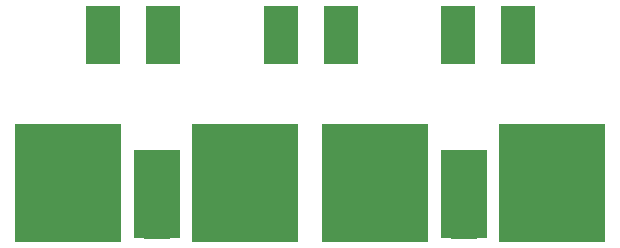
<source format=gbr>
%TF.GenerationSoftware,KiCad,Pcbnew,(5.1.4)-1*%
%TF.CreationDate,2021-01-21T23:44:22+08:00*%
%TF.ProjectId,Attenuator,41747465-6e75-4617-946f-722e6b696361,rev?*%
%TF.SameCoordinates,Original*%
%TF.FileFunction,Paste,Top*%
%TF.FilePolarity,Positive*%
%FSLAX46Y46*%
G04 Gerber Fmt 4.6, Leading zero omitted, Abs format (unit mm)*
G04 Created by KiCad (PCBNEW (5.1.4)-1) date 2021-01-21 23:44:22*
%MOMM*%
%LPD*%
G04 APERTURE LIST*
%ADD10R,3.000000X5.000000*%
%ADD11R,9.000000X10.000000*%
%ADD12R,2.290000X5.080000*%
%ADD13R,2.420000X5.080000*%
%ADD14R,4.000000X7.500000*%
%ADD15R,5.000000X7.500000*%
G04 APERTURE END LIST*
D10*
X80080000Y-25500000D03*
X75000000Y-25500000D03*
X65080000Y-25500000D03*
X60000000Y-25500000D03*
X50080000Y-25500000D03*
X45000000Y-25500000D03*
D11*
X57000000Y-38000000D03*
X42000000Y-38000000D03*
D12*
X49500000Y-40220000D03*
D13*
X53880000Y-40500000D03*
X45120000Y-40500000D03*
D14*
X49500000Y-39000000D03*
D15*
X59000000Y-39250000D03*
X40000000Y-39250000D03*
D11*
X83000000Y-38000000D03*
X68000000Y-38000000D03*
D12*
X75500000Y-40220000D03*
D13*
X79880000Y-40500000D03*
X71120000Y-40500000D03*
D14*
X75500000Y-39000000D03*
D15*
X85000000Y-39250000D03*
X66000000Y-39250000D03*
M02*

</source>
